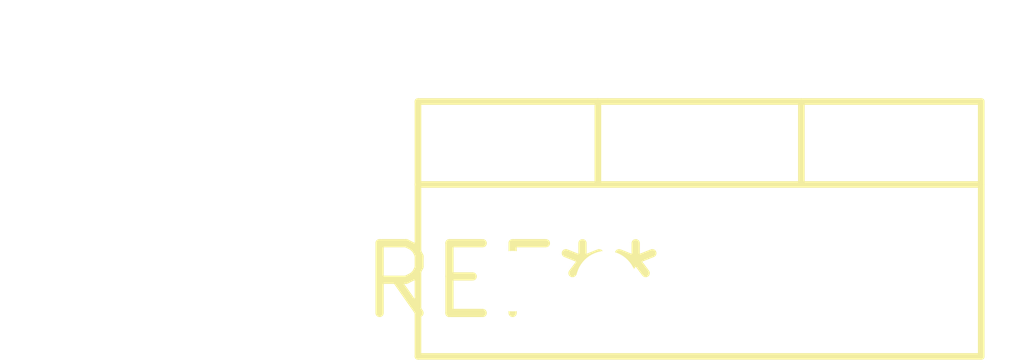
<source format=kicad_pcb>
(kicad_pcb (version 20240108) (generator pcbnew)
  (layers (0 "F.Cu" signal) (31 "B.Cu" signal) (34 "B.Paste" user) (35 "F.Paste" user) (36 "B.SilkS" user "B.Silkscreen") (37 "F.SilkS" user "F.Silkscreen") (38 "B.Mask" user) (39 "F.Mask" user) (44 "Edge.Cuts" user))
  (net 0 "")
  (footprint "TO-220-5_Vertical" (layer "F.Cu") (at 0 0)
    (property "Reference" "REF**")
    (property "Value" "TO-220-5_Vertical")
    (fp_line (start -1.721 -3.27) (end -1.721 1.371) (layer "F.SilkS") (stroke (width 0.12)))
    (fp_line (start -1.721 -3.27) (end 8.52 -3.27) (layer "F.SilkS") (stroke (width 0.12)))
    (fp_line (start -1.721 -1.76) (end 8.52 -1.76) (layer "F.SilkS") (stroke (width 0.12)))
    (fp_line (start -1.721 1.371) (end 8.52 1.371) (layer "F.SilkS") (stroke (width 0.12)))
    (fp_line (start 1.55 -3.27) (end 1.55 -1.76) (layer "F.SilkS") (stroke (width 0.12)))
    (fp_line (start 5.25 -3.27) (end 5.25 -1.76) (layer "F.SilkS") (stroke (width 0.12)))
    (fp_line (start 8.52 -3.27) (end 8.52 1.371) (layer "F.SilkS") (stroke (width 0.12)))
    (pad "1" thru_hole rect (at 0 0) (size 1.275 1.8) (drill 1.1) (layers *.Cu *.Mask) (remove_unused_layers))
    (pad "2" thru_hole oval (at 1.7 0) (size 1.275 1.8) (drill 1.1) (layers *.Cu *.Mask) (remove_unused_layers))
    (pad "3" thru_hole oval (at 3.4 0) (size 1.275 1.8) (drill 1.1) (layers *.Cu *.Mask) (remove_unused_layers))
    (pad "4" thru_hole oval (at 5.1 0) (size 1.275 1.8) (drill 1.1) (layers *.Cu *.Mask) (remove_unused_layers))
    (pad "5" thru_hole oval (at 6.8 0) (size 1.275 1.8) (drill 1.1) (layers *.Cu *.Mask) (remove_unused_layers))
  )
)
</source>
